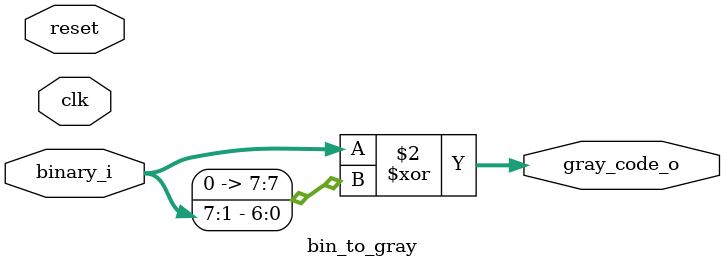
<source format=sv>

module bin_to_gray #(
  parameter CNTR_WIDTH = 8
)(
    input clk,
    input reset,
    input logic [CNTR_WIDTH-1:0] binary_i,
    output logic [CNTR_WIDTH-1:0] gray_code_o
);



  // genvar i;
  // generate
  //   for(i = 0; i < CNTR_WIDTH-1; i=i+1) begin
  //     assign gray_code_o[i] = binary_i[i] ^ binary_i[i-1];
  //   end
  // endgenerate

  // assign gray_code_o[CNTR_WIDTH-1] = binary_i[CNTR_WIDTH-1];


  // Implementation 2
  // More Area and power
  assign gray_code_o = binary_i ^ (binary_i>>1);

endmodule

</source>
